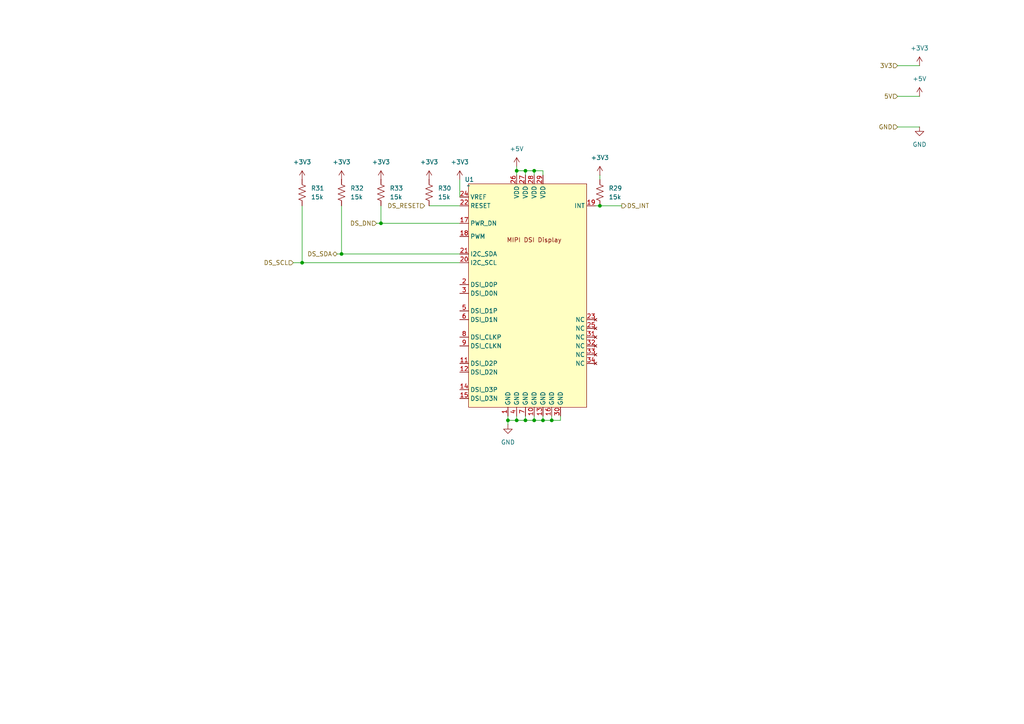
<source format=kicad_sch>
(kicad_sch (version 20250114) (generator "eeschema") (generator_version "9.0")
  (paper "A4")
  (lib_symbols
    (symbol "Device:R_US" (pin_numbers (hide yes)) (pin_names (offset 0))
      (property "Reference" "R" (at 2.54 0 90))
      (property "Value" "R_US" (at -2.54 0 90))
      (symbol "R_US_0_1"
        (polyline (pts (xy 0 2.286) (xy 0 2.54)))
        (polyline (pts (xy 0 2.286) (xy 1.016 1.905) (xy 0 1.524) (xy -1.016 1.143) (xy 0 0.762)))
        (polyline (pts (xy 0 0.762) (xy 1.016 0.381) (xy 0 0) (xy -1.016 -0.381) (xy 0 -0.762)))
        (polyline (pts (xy 0 -0.762) (xy 1.016 -1.143) (xy 0 -1.524) (xy -1.016 -1.905) (xy 0 -2.286)))
        (polyline (pts (xy 0 -2.286) (xy 0 -2.54)))
      )
      (symbol "R_US_1_1"
        (pin passive line (at 0 3.81 270) (length 1.27) (name "~") (number "1"))
        (pin passive line (at 0 -3.81 90) (length 1.27) (name "~") (number "2"))
      )
    )
    (symbol "SBC_handheld:MIPI_DSI_Display"
      (property "Reference" "U1" (at 0.254 1.27 0))
      (property "Value" "~" (at 0 -0.508 0))
      (symbol "MIPI_DSI_Display_0_1"
        (rectangle (start 0 0) (end 34.29 -64.77) (fill (type background)))
      )
      (symbol "MIPI_DSI_Display_1_1"
        (text "MIPI DSI Display" (at 19.05 -16.256 0) (effects (font (size 1.27 1.27))))
        (pin power_in line (at -2.54 -3.81 0) (length 2.54) (name "VREF") (number "24"))
        (pin input line (at -2.54 -6.35 0) (length 2.54) (name "RESET") (number "22"))
        (pin input line (at -2.54 -11.43 0) (length 2.54) (name "PWR_DN") (number "17"))
        (pin input line (at -2.54 -15.24 0) (length 2.54) (name "PWM") (number "18"))
        (pin bidirectional line (at -2.54 -20.32 0) (length 2.54) (name "I2C_SDA") (number "21"))
        (pin input line (at -2.54 -22.86 0) (length 2.54) (name "I2C_SCL") (number "20"))
        (pin input line (at -2.54 -29.21 0) (length 2.54) (name "DSI_D0P") (number "2"))
        (pin input line (at -2.54 -31.75 0) (length 2.54) (name "DSI_D0N") (number "3"))
        (pin input line (at -2.54 -36.83 0) (length 2.54) (name "DSI_D1P") (number "5"))
        (pin input line (at -2.54 -39.37 0) (length 2.54) (name "DSI_D1N") (number "6"))
        (pin input line (at -2.54 -44.45 0) (length 2.54) (name "DSI_CLKP") (number "8"))
        (pin input line (at -2.54 -46.99 0) (length 2.54) (name "DSI_CLKN") (number "9"))
        (pin input line (at -2.54 -52.07 0) (length 2.54) (name "DSI_D2P") (number "11"))
        (pin input line (at -2.54 -54.61 0) (length 2.54) (name "DSI_D2N") (number "12"))
        (pin input line (at -2.54 -59.69 0) (length 2.54) (name "DSI_D3P") (number "14"))
        (pin input line (at -2.54 -62.23 0) (length 2.54) (name "DSI_D3N") (number "15"))
        (pin power_in line (at 11.43 -67.31 90) (length 2.54) (name "GND") (number "1"))
        (pin power_in line (at 13.97 2.54 270) (length 2.54) (name "VDD") (number "26"))
        (pin power_in line (at 13.97 -67.31 90) (length 2.54) (name "GND") (number "4"))
        (pin power_in line (at 16.51 2.54 270) (length 2.54) (name "VDD") (number "27"))
        (pin power_in line (at 16.51 -67.31 90) (length 2.54) (name "GND") (number "7"))
        (pin power_in line (at 19.05 2.54 270) (length 2.54) (name "VDD") (number "28"))
        (pin power_in line (at 19.05 -67.31 90) (length 2.54) (name "GND") (number "10"))
        (pin power_in line (at 21.59 2.54 270) (length 2.54) (name "VDD") (number "29"))
        (pin power_in line (at 21.59 -67.31 90) (length 2.54) (name "GND") (number "13"))
        (pin power_in line (at 24.13 -67.31 90) (length 2.54) (name "GND") (number "16"))
        (pin power_in line (at 26.67 -67.31 90) (length 2.54) (name "GND") (number "30"))
        (pin output line (at 36.83 -6.35 180) (length 2.54) (name "INT") (number "19"))
        (pin no_connect line (at 36.83 -39.37 180) (length 2.54) (name "NC") (number "23"))
        (pin no_connect line (at 36.83 -41.91 180) (length 2.54) (name "NC") (number "25"))
        (pin no_connect line (at 36.83 -44.45 180) (length 2.54) (name "NC") (number "31"))
        (pin no_connect line (at 36.83 -46.99 180) (length 2.54) (name "NC") (number "32"))
        (pin no_connect line (at 36.83 -49.53 180) (length 2.54) (name "NC") (number "33"))
        (pin no_connect line (at 36.83 -52.07 180) (length 2.54) (name "NC") (number "34"))
      )
    )
    (symbol "power:+5V" (power) (pin_numbers (hide yes)) (pin_names (offset 0) (hide yes))
      (property "Value" "+5V" (at 0 3.556 0))
      (symbol "+5V_0_1"
        (polyline (pts (xy -0.762 1.27) (xy 0 2.54)))
        (polyline (pts (xy 0 2.54) (xy 0.762 1.27)))
        (polyline (pts (xy 0 0) (xy 0 2.54)))
      )
      (symbol "+5V_1_1"
        (pin power_in line (at 0 0 90) (length 0) (name "~") (number "1"))
      )
    )
    (symbol "power:GND" (power) (pin_numbers (hide yes)) (pin_names (offset 0) (hide yes))
      (property "Value" "GND" (at 0 -3.81 0))
      (symbol "GND_0_1"
        (polyline (pts (xy 0 0) (xy 0 -1.27) (xy 1.27 -1.27) (xy 0 -2.54) (xy -1.27 -1.27) (xy 0 -1.27)))
      )
      (symbol "GND_1_1"
        (pin power_in line (at 0 0 270) (length 0) (name "~") (number "1"))
      )
    )
  )
  (junction (at 152.4 121.92))
  (junction (at 173.99 59.69))
  (junction (at 147.32 121.92))
  (junction (at 149.86 49.53))
  (junction (at 154.94 49.53))
  (junction (at 154.94 121.92))
  (junction (at 99.06 73.66))
  (junction (at 149.86 121.92))
  (junction (at 160.02 121.92))
  (junction (at 157.48 121.92))
  (junction (at 152.4 49.53))
  (junction (at 87.63 76.2))
  (junction (at 110.49 64.77))
  (wire (pts (xy 147.32 121.92) (xy 147.32 120.65)))
  (wire (pts (xy 85.09 76.2) (xy 87.63 76.2)))
  (wire (pts (xy 110.49 64.77) (xy 133.35 64.77)))
  (wire (pts (xy 157.48 121.92) (xy 154.94 121.92)))
  (wire (pts (xy 157.48 49.53) (xy 154.94 49.53)))
  (wire (pts (xy 160.02 121.92) (xy 157.48 121.92)))
  (wire (pts (xy 162.56 121.92) (xy 160.02 121.92)))
  (wire (pts (xy 162.56 121.92) (xy 162.56 120.65)))
  (wire (pts (xy 160.02 121.92) (xy 160.02 120.65)))
  (wire (pts (xy 147.32 121.92) (xy 149.86 121.92)))
  (wire (pts (xy 152.4 49.53) (xy 152.4 50.8)))
  (wire (pts (xy 173.99 59.69) (xy 180.34 59.69)))
  (wire (pts (xy 149.86 48.26) (xy 149.86 49.53)))
  (wire (pts (xy 87.63 59.69) (xy 87.63 76.2)))
  (wire (pts (xy 172.72 59.69) (xy 173.99 59.69)))
  (wire (pts (xy 154.94 121.92) (xy 154.94 120.65)))
  (wire (pts (xy 147.32 121.92) (xy 147.32 123.19)))
  (wire (pts (xy 260.35 36.83) (xy 266.7 36.83)))
  (wire (pts (xy 99.06 59.69) (xy 99.06 73.66)))
  (wire (pts (xy 154.94 49.53) (xy 152.4 49.53)))
  (wire (pts (xy 133.35 59.69) (xy 124.46 59.69)))
  (wire (pts (xy 133.35 52.07) (xy 133.35 57.15)))
  (wire (pts (xy 173.99 50.8) (xy 173.99 52.07)))
  (wire (pts (xy 157.48 121.92) (xy 157.48 120.65)))
  (wire (pts (xy 152.4 49.53) (xy 149.86 49.53)))
  (wire (pts (xy 149.86 49.53) (xy 149.86 50.8)))
  (wire (pts (xy 260.35 19.05) (xy 266.7 19.05)))
  (wire (pts (xy 260.35 27.94) (xy 266.7 27.94)))
  (wire (pts (xy 99.06 73.66) (xy 133.35 73.66)))
  (wire (pts (xy 109.22 64.77) (xy 110.49 64.77)))
  (wire (pts (xy 152.4 121.92) (xy 152.4 120.65)))
  (wire (pts (xy 157.48 49.53) (xy 157.48 50.8)))
  (wire (pts (xy 154.94 49.53) (xy 154.94 50.8)))
  (wire (pts (xy 110.49 59.69) (xy 110.49 64.77)))
  (wire (pts (xy 152.4 121.92) (xy 154.94 121.92)))
  (wire (pts (xy 87.63 76.2) (xy 133.35 76.2)))
  (wire (pts (xy 97.79 73.66) (xy 99.06 73.66)))
  (wire (pts (xy 149.86 121.92) (xy 149.86 120.65)))
  (wire (pts (xy 149.86 121.92) (xy 152.4 121.92)))
  (hierarchical_label "DS_SDA" (shape bidirectional) (at 97.79 73.66 180))
  (hierarchical_label "GND" (shape input) (at 260.35 36.83 180))
  (hierarchical_label "DS_RESET" (shape input) (at 123.19 59.69 180))
  (hierarchical_label "DS_INT" (shape output) (at 180.34 59.69 0))
  (hierarchical_label "DS_DN" (shape input) (at 109.22 64.77 180))
  (hierarchical_label "5V" (shape input) (at 260.35 27.94 180))
  (hierarchical_label "DS_SCL" (shape input) (at 85.09 76.2 180))
  (hierarchical_label "3V3" (shape input) (at 260.35 19.05 180))
  (symbol (lib_id "Device:R_US") (at 173.99 55.88 0) (unit 1)
    (property "Reference" "R29" (at 176.53 54.6099 0) (effects (justify left)))
    (property "Value" "15k" (at 176.53 57.1499 0) (effects (justify left)))
    (property "Description" "Resistor, US symbol" (effects (hide yes)))
  )
  (symbol (lib_id "Device:R_US") (at 87.63 55.88 0) (unit 1)
    (property "Reference" "R31" (at 90.17 54.6099 0) (effects (justify left)))
    (property "Value" "15k" (at 90.17 57.1499 0) (effects (justify left)))
    (property "Description" "Resistor, US symbol" (effects (hide yes)))
  )
  (symbol (lib_id "power:+5V") (at 173.99 50.8 0) (unit 1)
    (property "Reference" "#PWR080" (effects (hide yes)))
    (property "Value" "+3V3" (at 173.99 45.72 0))
    (property "Description" "Power symbol creates a global label with name \"+5V\"" (effects (hide yes)))
  )
  (symbol (lib_id "power:+5V") (at 124.46 52.07 0) (unit 1)
    (property "Reference" "#PWR081" (effects (hide yes)))
    (property "Value" "+3V3" (at 124.46 46.99 0))
    (property "Description" "Power symbol creates a global label with name \"+5V\"" (effects (hide yes)))
  )
  (symbol (lib_id "power:+5V") (at 149.86 48.26 0) (unit 1)
    (property "Reference" "#PWR077" (effects (hide yes)))
    (property "Value" "+5V" (at 149.86 43.18 0))
    (property "Description" "Power symbol creates a global label with name \"+5V\"" (effects (hide yes)))
  )
  (symbol (lib_id "Device:R_US") (at 99.06 55.88 0) (unit 1)
    (property "Reference" "R32" (at 101.6 54.6099 0) (effects (justify left)))
    (property "Value" "15k" (at 101.6 57.1499 0) (effects (justify left)))
    (property "Description" "Resistor, US symbol" (effects (hide yes)))
  )
  (symbol (lib_id "power:+5V") (at 266.7 27.94 0) (unit 1)
    (property "Reference" "#PWR074" (effects (hide yes)))
    (property "Value" "+5V" (at 266.7 22.86 0))
    (property "Description" "Power symbol creates a global label with name \"+5V\"" (effects (hide yes)))
  )
  (symbol (lib_id "power:+5V") (at 110.49 52.07 0) (unit 1)
    (property "Reference" "#PWR084" (effects (hide yes)))
    (property "Value" "+3V3" (at 110.49 46.99 0))
    (property "Description" "Power symbol creates a global label with name \"+5V\"" (effects (hide yes)))
  )
  (symbol (lib_id "power:+5V") (at 99.06 52.07 0) (unit 1)
    (property "Reference" "#PWR083" (effects (hide yes)))
    (property "Value" "+3V3" (at 99.06 46.99 0))
    (property "Description" "Power symbol creates a global label with name \"+5V\"" (effects (hide yes)))
  )
  (symbol (lib_id "power:+5V") (at 133.35 52.07 0) (unit 1)
    (property "Reference" "#PWR079" (effects (hide yes)))
    (property "Value" "+3V3" (at 133.35 46.99 0))
    (property "Description" "Power symbol creates a global label with name \"+5V\"" (effects (hide yes)))
  )
  (symbol (lib_id "power:+5V") (at 87.63 52.07 0) (unit 1)
    (property "Reference" "#PWR082" (effects (hide yes)))
    (property "Value" "+3V3" (at 87.63 46.99 0))
    (property "Description" "Power symbol creates a global label with name \"+5V\"" (effects (hide yes)))
  )
  (symbol (lib_id "power:+5V") (at 266.7 19.05 0) (unit 1)
    (property "Reference" "#PWR078" (effects (hide yes)))
    (property "Value" "+3V3" (at 266.7 13.97 0))
    (property "Description" "Power symbol creates a global label with name \"+5V\"" (effects (hide yes)))
  )
  (symbol (lib_id "power:GND") (at 147.32 123.19 0) (unit 1)
    (property "Reference" "#PWR076" (effects (hide yes)))
    (property "Value" "GND" (at 147.32 128.27 0))
    (property "Description" "Power symbol creates a global label with name \"GND\" , ground" (effects (hide yes)))
  )
  (symbol (lib_id "Device:R_US") (at 124.46 55.88 0) (unit 1)
    (property "Reference" "R30" (at 127 54.6099 0) (effects (justify left)))
    (property "Value" "15k" (at 127 57.1499 0) (effects (justify left)))
    (property "Description" "Resistor, US symbol" (effects (hide yes)))
  )
  (symbol (lib_id "power:GND") (at 266.7 36.83 0) (unit 1)
    (property "Reference" "#PWR075" (effects (hide yes)))
    (property "Value" "GND" (at 266.7 41.91 0))
    (property "Description" "Power symbol creates a global label with name \"GND\" , ground" (effects (hide yes)))
  )
  (symbol (lib_id "SBC_handheld:MIPI_DSI_Display") (at 135.89 53.34 0) (unit 1)
    (property "Reference" "U1" (at 136.144 52.07 0))
    (property "Value" "~" (at 135.89 53.848 0))
  )
  (symbol (lib_id "Device:R_US") (at 110.49 55.88 0) (unit 1)
    (property "Reference" "R33" (at 113.03 54.6099 0) (effects (justify left)))
    (property "Value" "15k" (at 113.03 57.1499 0) (effects (justify left)))
    (property "Description" "Resistor, US symbol" (effects (hide yes)))
  )
)
</source>
